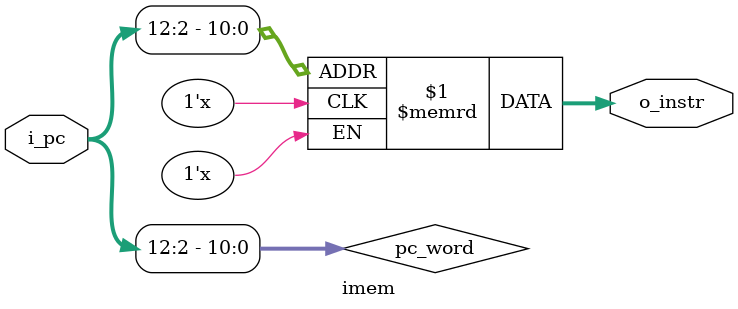
<source format=sv>

module imem(
	 input  logic [31:0] i_pc,
    output logic [31:0] o_instr
);
	logic [31:0] inst_mem [0:2047];
	logic [10:0] pc_word;
	
	//initial begin
		//$readmemh("./../02_test/isa_4b.hex", inst_mem);
	//end
	
	assign pc_word = i_pc[12:2];
	
	assign o_instr = inst_mem[pc_word];
endmodule

</source>
